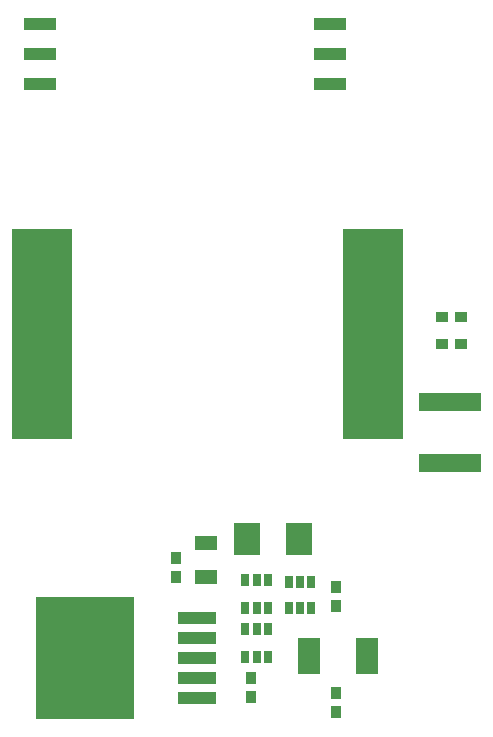
<source format=gbp>
%FSLAX25Y25*%
%MOIN*%
G70*
G01*
G75*
G04 Layer_Color=128*
%ADD10R,0.03937X0.03740*%
%ADD11R,0.03740X0.03937*%
%ADD12R,0.02362X0.05906*%
%ADD13R,0.02559X0.04331*%
%ADD14R,0.03150X0.02362*%
%ADD15R,0.08465X0.06693*%
%ADD16O,0.00945X0.02362*%
%ADD17R,0.05906X0.07480*%
%ADD18R,0.03150X0.03150*%
%ADD19R,0.04724X0.07874*%
%ADD20O,0.02362X0.00984*%
%ADD21R,0.06300X0.05000*%
%ADD22R,0.04724X0.03937*%
%ADD23R,0.08661X0.03937*%
%ADD24R,0.04331X0.02559*%
%ADD25O,0.02362X0.06299*%
%ADD26O,0.06299X0.02362*%
%ADD27C,0.01000*%
%ADD28C,0.02000*%
%ADD29C,0.01500*%
%ADD30C,0.06300*%
%ADD31C,0.03500*%
%ADD32C,0.02200*%
%ADD33C,0.06500*%
%ADD34C,0.04500*%
%ADD35C,0.06000*%
%ADD36C,0.04000*%
%ADD37R,0.01732X0.00787*%
%ADD38C,0.06000*%
%ADD39C,0.08700*%
%ADD40R,0.05906X0.05906*%
%ADD41C,0.05906*%
%ADD42R,0.06496X0.06496*%
%ADD43C,0.06496*%
%ADD44R,0.05906X0.05906*%
%ADD45R,0.06496X0.06496*%
%ADD46C,0.02000*%
%ADD47C,0.01969*%
%ADD48C,0.05000*%
%ADD49R,0.20079X0.70079*%
%ADD50R,0.32677X0.41142*%
%ADD51R,0.12598X0.04134*%
%ADD52R,0.20866X0.06299*%
%ADD53R,0.08500X0.10799*%
%ADD54R,0.07717X0.12402*%
%ADD55R,0.07284X0.05118*%
%ADD56R,0.11024X0.03937*%
%ADD57R,0.02500X0.04200*%
%ADD58C,0.00799*%
%ADD59C,0.00984*%
%ADD60C,0.00700*%
%ADD61C,0.00800*%
%ADD62C,0.00787*%
%ADD63C,0.00669*%
%ADD64C,0.00701*%
%ADD65C,0.00600*%
%ADD66R,0.02000X0.04000*%
%ADD67R,0.01000X0.11000*%
%ADD68R,0.10350X0.01000*%
%ADD69R,0.04000X0.02000*%
%ADD70R,0.00886X0.03937*%
%ADD71R,0.03839X0.06102*%
%ADD72R,0.04433X0.07043*%
%ADD73R,0.02362X0.02756*%
%ADD74R,0.00000X0.03150*%
%ADD75R,0.00000X0.00000*%
%ADD76R,0.04337X0.04140*%
%ADD77R,0.04140X0.04337*%
%ADD78R,0.02762X0.06306*%
%ADD79R,0.02959X0.04731*%
%ADD80R,0.03550X0.02762*%
%ADD81R,0.08865X0.07093*%
%ADD82O,0.01345X0.02762*%
%ADD83R,0.06306X0.07880*%
%ADD84R,0.03550X0.03550*%
%ADD85R,0.05124X0.08274*%
%ADD86O,0.02762X0.01384*%
%ADD87R,0.06700X0.05400*%
%ADD88R,0.05124X0.04337*%
%ADD89R,0.09061X0.04337*%
%ADD90R,0.04731X0.02959*%
%ADD91O,0.02762X0.06699*%
%ADD92O,0.06699X0.02762*%
%ADD93R,0.02132X0.01187*%
%ADD94C,0.09100*%
%ADD95R,0.06306X0.06306*%
%ADD96C,0.06306*%
%ADD97R,0.06306X0.06306*%
%ADD98C,0.02362*%
%ADD99C,0.02369*%
%ADD100C,0.05400*%
%ADD101R,0.20479X0.70479*%
%ADD102R,0.33077X0.41542*%
%ADD103R,0.12998X0.04534*%
%ADD104R,0.21266X0.06699*%
%ADD105R,0.08900X0.11199*%
%ADD106R,0.08117X0.12802*%
%ADD107R,0.07684X0.05518*%
%ADD108R,0.11424X0.04337*%
%ADD109R,0.02900X0.04600*%
%ADD110C,0.02400*%
D10*
X171350Y-208500D02*
D03*
X177650D02*
D03*
X171256Y-199500D02*
D03*
X177555D02*
D03*
D11*
X136000Y-295650D02*
D03*
Y-289350D02*
D03*
Y-331150D02*
D03*
Y-324850D02*
D03*
X107500Y-326150D02*
D03*
Y-319850D02*
D03*
X82500Y-286150D02*
D03*
Y-279850D02*
D03*
D13*
X105760Y-296449D02*
D03*
X109500D02*
D03*
X113240D02*
D03*
Y-287000D02*
D03*
X109500D02*
D03*
X105760D02*
D03*
Y-312724D02*
D03*
X109500D02*
D03*
X113240D02*
D03*
Y-303276D02*
D03*
X109500D02*
D03*
X105760D02*
D03*
D49*
X148129Y-205011D02*
D03*
X37893D02*
D03*
D50*
X52417Y-313000D02*
D03*
D51*
X89622Y-326386D02*
D03*
Y-319693D02*
D03*
Y-313000D02*
D03*
Y-306307D02*
D03*
Y-299614D02*
D03*
D52*
X174000Y-248236D02*
D03*
Y-227764D02*
D03*
D53*
X106299Y-273500D02*
D03*
X123701D02*
D03*
D54*
X126835Y-312500D02*
D03*
X146165D02*
D03*
D55*
X92500Y-286209D02*
D03*
Y-274791D02*
D03*
D56*
X37413Y-121646D02*
D03*
Y-111646D02*
D03*
Y-101646D02*
D03*
X133913Y-121646D02*
D03*
Y-111646D02*
D03*
Y-101646D02*
D03*
D57*
X127700Y-296500D02*
D03*
X124000D02*
D03*
X120300D02*
D03*
Y-287800D02*
D03*
X124000D02*
D03*
X127700D02*
D03*
M02*

</source>
